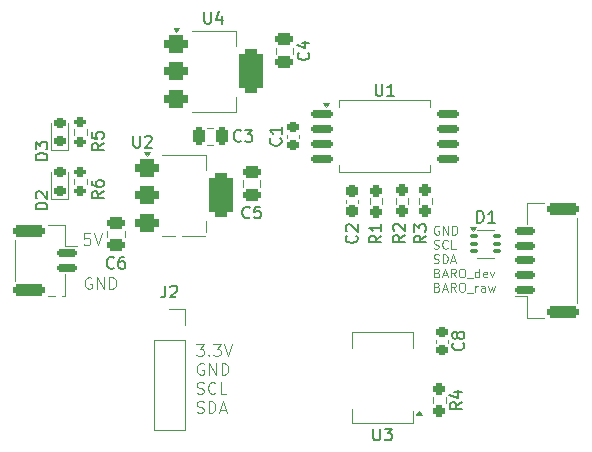
<source format=gto>
G04 #@! TF.GenerationSoftware,KiCad,Pcbnew,8.0.1*
G04 #@! TF.CreationDate,2024-06-09T19:47:04+05:00*
G04 #@! TF.ProjectId,rocket_project,726f636b-6574-45f7-9072-6f6a6563742e,rev?*
G04 #@! TF.SameCoordinates,Original*
G04 #@! TF.FileFunction,Legend,Top*
G04 #@! TF.FilePolarity,Positive*
%FSLAX46Y46*%
G04 Gerber Fmt 4.6, Leading zero omitted, Abs format (unit mm)*
G04 Created by KiCad (PCBNEW 8.0.1) date 2024-06-09 19:47:04*
%MOMM*%
%LPD*%
G01*
G04 APERTURE LIST*
G04 Aperture macros list*
%AMRoundRect*
0 Rectangle with rounded corners*
0 $1 Rounding radius*
0 $2 $3 $4 $5 $6 $7 $8 $9 X,Y pos of 4 corners*
0 Add a 4 corners polygon primitive as box body*
4,1,4,$2,$3,$4,$5,$6,$7,$8,$9,$2,$3,0*
0 Add four circle primitives for the rounded corners*
1,1,$1+$1,$2,$3*
1,1,$1+$1,$4,$5*
1,1,$1+$1,$6,$7*
1,1,$1+$1,$8,$9*
0 Add four rect primitives between the rounded corners*
20,1,$1+$1,$2,$3,$4,$5,0*
20,1,$1+$1,$4,$5,$6,$7,0*
20,1,$1+$1,$6,$7,$8,$9,0*
20,1,$1+$1,$8,$9,$2,$3,0*%
G04 Aperture macros list end*
%ADD10C,0.100000*%
%ADD11C,0.150000*%
%ADD12C,0.120000*%
%ADD13RoundRect,0.150000X0.700000X-0.150000X0.700000X0.150000X-0.700000X0.150000X-0.700000X-0.150000X0*%
%ADD14RoundRect,0.250000X1.100000X-0.250000X1.100000X0.250000X-1.100000X0.250000X-1.100000X-0.250000X0*%
%ADD15RoundRect,0.250000X-0.475000X0.250000X-0.475000X-0.250000X0.475000X-0.250000X0.475000X0.250000X0*%
%ADD16RoundRect,0.237500X-0.237500X0.250000X-0.237500X-0.250000X0.237500X-0.250000X0.237500X0.250000X0*%
%ADD17RoundRect,0.200000X-0.275000X0.200000X-0.275000X-0.200000X0.275000X-0.200000X0.275000X0.200000X0*%
%ADD18R,1.700000X1.700000*%
%ADD19O,1.700000X1.700000*%
%ADD20RoundRect,0.225000X-0.250000X0.225000X-0.250000X-0.225000X0.250000X-0.225000X0.250000X0.225000X0*%
%ADD21RoundRect,0.250000X0.475000X-0.250000X0.475000X0.250000X-0.475000X0.250000X-0.475000X-0.250000X0*%
%ADD22C,2.200000*%
%ADD23RoundRect,0.150000X-0.700000X0.150000X-0.700000X-0.150000X0.700000X-0.150000X0.700000X0.150000X0*%
%ADD24RoundRect,0.250000X-1.100000X0.250000X-1.100000X-0.250000X1.100000X-0.250000X1.100000X0.250000X0*%
%ADD25RoundRect,0.375000X-0.625000X-0.375000X0.625000X-0.375000X0.625000X0.375000X-0.625000X0.375000X0*%
%ADD26RoundRect,0.500000X-0.500000X-1.400000X0.500000X-1.400000X0.500000X1.400000X-0.500000X1.400000X0*%
%ADD27RoundRect,0.237500X0.237500X-0.250000X0.237500X0.250000X-0.237500X0.250000X-0.237500X-0.250000X0*%
%ADD28RoundRect,0.225000X0.250000X-0.225000X0.250000X0.225000X-0.250000X0.225000X-0.250000X-0.225000X0*%
%ADD29R,1.800000X1.200000*%
%ADD30R,1.800000X0.800000*%
%ADD31RoundRect,0.250000X-0.250000X-0.475000X0.250000X-0.475000X0.250000X0.475000X-0.250000X0.475000X0*%
%ADD32RoundRect,0.218750X0.256250X-0.218750X0.256250X0.218750X-0.256250X0.218750X-0.256250X-0.218750X0*%
%ADD33RoundRect,0.100000X-0.225000X-0.100000X0.225000X-0.100000X0.225000X0.100000X-0.225000X0.100000X0*%
%ADD34RoundRect,0.150000X-0.750000X-0.150000X0.750000X-0.150000X0.750000X0.150000X-0.750000X0.150000X0*%
%ADD35RoundRect,0.237500X-0.237500X0.300000X-0.237500X-0.300000X0.237500X-0.300000X0.237500X0.300000X0*%
%ADD36C,0.600000*%
G04 APERTURE END LIST*
D10*
X139927693Y-96720038D02*
X139832455Y-96672419D01*
X139832455Y-96672419D02*
X139689598Y-96672419D01*
X139689598Y-96672419D02*
X139546741Y-96720038D01*
X139546741Y-96720038D02*
X139451503Y-96815276D01*
X139451503Y-96815276D02*
X139403884Y-96910514D01*
X139403884Y-96910514D02*
X139356265Y-97100990D01*
X139356265Y-97100990D02*
X139356265Y-97243847D01*
X139356265Y-97243847D02*
X139403884Y-97434323D01*
X139403884Y-97434323D02*
X139451503Y-97529561D01*
X139451503Y-97529561D02*
X139546741Y-97624800D01*
X139546741Y-97624800D02*
X139689598Y-97672419D01*
X139689598Y-97672419D02*
X139784836Y-97672419D01*
X139784836Y-97672419D02*
X139927693Y-97624800D01*
X139927693Y-97624800D02*
X139975312Y-97577180D01*
X139975312Y-97577180D02*
X139975312Y-97243847D01*
X139975312Y-97243847D02*
X139784836Y-97243847D01*
X140403884Y-97672419D02*
X140403884Y-96672419D01*
X140403884Y-96672419D02*
X140975312Y-97672419D01*
X140975312Y-97672419D02*
X140975312Y-96672419D01*
X141451503Y-97672419D02*
X141451503Y-96672419D01*
X141451503Y-96672419D02*
X141689598Y-96672419D01*
X141689598Y-96672419D02*
X141832455Y-96720038D01*
X141832455Y-96720038D02*
X141927693Y-96815276D01*
X141927693Y-96815276D02*
X141975312Y-96910514D01*
X141975312Y-96910514D02*
X142022931Y-97100990D01*
X142022931Y-97100990D02*
X142022931Y-97243847D01*
X142022931Y-97243847D02*
X141975312Y-97434323D01*
X141975312Y-97434323D02*
X141927693Y-97529561D01*
X141927693Y-97529561D02*
X141832455Y-97624800D01*
X141832455Y-97624800D02*
X141689598Y-97672419D01*
X141689598Y-97672419D02*
X141451503Y-97672419D01*
X139780074Y-92972419D02*
X139303884Y-92972419D01*
X139303884Y-92972419D02*
X139256265Y-93448609D01*
X139256265Y-93448609D02*
X139303884Y-93400990D01*
X139303884Y-93400990D02*
X139399122Y-93353371D01*
X139399122Y-93353371D02*
X139637217Y-93353371D01*
X139637217Y-93353371D02*
X139732455Y-93400990D01*
X139732455Y-93400990D02*
X139780074Y-93448609D01*
X139780074Y-93448609D02*
X139827693Y-93543847D01*
X139827693Y-93543847D02*
X139827693Y-93781942D01*
X139827693Y-93781942D02*
X139780074Y-93877180D01*
X139780074Y-93877180D02*
X139732455Y-93924800D01*
X139732455Y-93924800D02*
X139637217Y-93972419D01*
X139637217Y-93972419D02*
X139399122Y-93972419D01*
X139399122Y-93972419D02*
X139303884Y-93924800D01*
X139303884Y-93924800D02*
X139256265Y-93877180D01*
X140113408Y-92972419D02*
X140446741Y-93972419D01*
X140446741Y-93972419D02*
X140780074Y-92972419D01*
X148808646Y-102342587D02*
X149427693Y-102342587D01*
X149427693Y-102342587D02*
X149094360Y-102723539D01*
X149094360Y-102723539D02*
X149237217Y-102723539D01*
X149237217Y-102723539D02*
X149332455Y-102771158D01*
X149332455Y-102771158D02*
X149380074Y-102818777D01*
X149380074Y-102818777D02*
X149427693Y-102914015D01*
X149427693Y-102914015D02*
X149427693Y-103152110D01*
X149427693Y-103152110D02*
X149380074Y-103247348D01*
X149380074Y-103247348D02*
X149332455Y-103294968D01*
X149332455Y-103294968D02*
X149237217Y-103342587D01*
X149237217Y-103342587D02*
X148951503Y-103342587D01*
X148951503Y-103342587D02*
X148856265Y-103294968D01*
X148856265Y-103294968D02*
X148808646Y-103247348D01*
X149856265Y-103247348D02*
X149903884Y-103294968D01*
X149903884Y-103294968D02*
X149856265Y-103342587D01*
X149856265Y-103342587D02*
X149808646Y-103294968D01*
X149808646Y-103294968D02*
X149856265Y-103247348D01*
X149856265Y-103247348D02*
X149856265Y-103342587D01*
X150237217Y-102342587D02*
X150856264Y-102342587D01*
X150856264Y-102342587D02*
X150522931Y-102723539D01*
X150522931Y-102723539D02*
X150665788Y-102723539D01*
X150665788Y-102723539D02*
X150761026Y-102771158D01*
X150761026Y-102771158D02*
X150808645Y-102818777D01*
X150808645Y-102818777D02*
X150856264Y-102914015D01*
X150856264Y-102914015D02*
X150856264Y-103152110D01*
X150856264Y-103152110D02*
X150808645Y-103247348D01*
X150808645Y-103247348D02*
X150761026Y-103294968D01*
X150761026Y-103294968D02*
X150665788Y-103342587D01*
X150665788Y-103342587D02*
X150380074Y-103342587D01*
X150380074Y-103342587D02*
X150284836Y-103294968D01*
X150284836Y-103294968D02*
X150237217Y-103247348D01*
X151141979Y-102342587D02*
X151475312Y-103342587D01*
X151475312Y-103342587D02*
X151808645Y-102342587D01*
X149427693Y-104000150D02*
X149332455Y-103952531D01*
X149332455Y-103952531D02*
X149189598Y-103952531D01*
X149189598Y-103952531D02*
X149046741Y-104000150D01*
X149046741Y-104000150D02*
X148951503Y-104095388D01*
X148951503Y-104095388D02*
X148903884Y-104190626D01*
X148903884Y-104190626D02*
X148856265Y-104381102D01*
X148856265Y-104381102D02*
X148856265Y-104523959D01*
X148856265Y-104523959D02*
X148903884Y-104714435D01*
X148903884Y-104714435D02*
X148951503Y-104809673D01*
X148951503Y-104809673D02*
X149046741Y-104904912D01*
X149046741Y-104904912D02*
X149189598Y-104952531D01*
X149189598Y-104952531D02*
X149284836Y-104952531D01*
X149284836Y-104952531D02*
X149427693Y-104904912D01*
X149427693Y-104904912D02*
X149475312Y-104857292D01*
X149475312Y-104857292D02*
X149475312Y-104523959D01*
X149475312Y-104523959D02*
X149284836Y-104523959D01*
X149903884Y-104952531D02*
X149903884Y-103952531D01*
X149903884Y-103952531D02*
X150475312Y-104952531D01*
X150475312Y-104952531D02*
X150475312Y-103952531D01*
X150951503Y-104952531D02*
X150951503Y-103952531D01*
X150951503Y-103952531D02*
X151189598Y-103952531D01*
X151189598Y-103952531D02*
X151332455Y-104000150D01*
X151332455Y-104000150D02*
X151427693Y-104095388D01*
X151427693Y-104095388D02*
X151475312Y-104190626D01*
X151475312Y-104190626D02*
X151522931Y-104381102D01*
X151522931Y-104381102D02*
X151522931Y-104523959D01*
X151522931Y-104523959D02*
X151475312Y-104714435D01*
X151475312Y-104714435D02*
X151427693Y-104809673D01*
X151427693Y-104809673D02*
X151332455Y-104904912D01*
X151332455Y-104904912D02*
X151189598Y-104952531D01*
X151189598Y-104952531D02*
X150951503Y-104952531D01*
X148856265Y-106514856D02*
X148999122Y-106562475D01*
X148999122Y-106562475D02*
X149237217Y-106562475D01*
X149237217Y-106562475D02*
X149332455Y-106514856D01*
X149332455Y-106514856D02*
X149380074Y-106467236D01*
X149380074Y-106467236D02*
X149427693Y-106371998D01*
X149427693Y-106371998D02*
X149427693Y-106276760D01*
X149427693Y-106276760D02*
X149380074Y-106181522D01*
X149380074Y-106181522D02*
X149332455Y-106133903D01*
X149332455Y-106133903D02*
X149237217Y-106086284D01*
X149237217Y-106086284D02*
X149046741Y-106038665D01*
X149046741Y-106038665D02*
X148951503Y-105991046D01*
X148951503Y-105991046D02*
X148903884Y-105943427D01*
X148903884Y-105943427D02*
X148856265Y-105848189D01*
X148856265Y-105848189D02*
X148856265Y-105752951D01*
X148856265Y-105752951D02*
X148903884Y-105657713D01*
X148903884Y-105657713D02*
X148951503Y-105610094D01*
X148951503Y-105610094D02*
X149046741Y-105562475D01*
X149046741Y-105562475D02*
X149284836Y-105562475D01*
X149284836Y-105562475D02*
X149427693Y-105610094D01*
X150427693Y-106467236D02*
X150380074Y-106514856D01*
X150380074Y-106514856D02*
X150237217Y-106562475D01*
X150237217Y-106562475D02*
X150141979Y-106562475D01*
X150141979Y-106562475D02*
X149999122Y-106514856D01*
X149999122Y-106514856D02*
X149903884Y-106419617D01*
X149903884Y-106419617D02*
X149856265Y-106324379D01*
X149856265Y-106324379D02*
X149808646Y-106133903D01*
X149808646Y-106133903D02*
X149808646Y-105991046D01*
X149808646Y-105991046D02*
X149856265Y-105800570D01*
X149856265Y-105800570D02*
X149903884Y-105705332D01*
X149903884Y-105705332D02*
X149999122Y-105610094D01*
X149999122Y-105610094D02*
X150141979Y-105562475D01*
X150141979Y-105562475D02*
X150237217Y-105562475D01*
X150237217Y-105562475D02*
X150380074Y-105610094D01*
X150380074Y-105610094D02*
X150427693Y-105657713D01*
X151332455Y-106562475D02*
X150856265Y-106562475D01*
X150856265Y-106562475D02*
X150856265Y-105562475D01*
X148856265Y-108124800D02*
X148999122Y-108172419D01*
X148999122Y-108172419D02*
X149237217Y-108172419D01*
X149237217Y-108172419D02*
X149332455Y-108124800D01*
X149332455Y-108124800D02*
X149380074Y-108077180D01*
X149380074Y-108077180D02*
X149427693Y-107981942D01*
X149427693Y-107981942D02*
X149427693Y-107886704D01*
X149427693Y-107886704D02*
X149380074Y-107791466D01*
X149380074Y-107791466D02*
X149332455Y-107743847D01*
X149332455Y-107743847D02*
X149237217Y-107696228D01*
X149237217Y-107696228D02*
X149046741Y-107648609D01*
X149046741Y-107648609D02*
X148951503Y-107600990D01*
X148951503Y-107600990D02*
X148903884Y-107553371D01*
X148903884Y-107553371D02*
X148856265Y-107458133D01*
X148856265Y-107458133D02*
X148856265Y-107362895D01*
X148856265Y-107362895D02*
X148903884Y-107267657D01*
X148903884Y-107267657D02*
X148951503Y-107220038D01*
X148951503Y-107220038D02*
X149046741Y-107172419D01*
X149046741Y-107172419D02*
X149284836Y-107172419D01*
X149284836Y-107172419D02*
X149427693Y-107220038D01*
X149856265Y-108172419D02*
X149856265Y-107172419D01*
X149856265Y-107172419D02*
X150094360Y-107172419D01*
X150094360Y-107172419D02*
X150237217Y-107220038D01*
X150237217Y-107220038D02*
X150332455Y-107315276D01*
X150332455Y-107315276D02*
X150380074Y-107410514D01*
X150380074Y-107410514D02*
X150427693Y-107600990D01*
X150427693Y-107600990D02*
X150427693Y-107743847D01*
X150427693Y-107743847D02*
X150380074Y-107934323D01*
X150380074Y-107934323D02*
X150332455Y-108029561D01*
X150332455Y-108029561D02*
X150237217Y-108124800D01*
X150237217Y-108124800D02*
X150094360Y-108172419D01*
X150094360Y-108172419D02*
X149856265Y-108172419D01*
X150808646Y-107886704D02*
X151284836Y-107886704D01*
X150713408Y-108172419D02*
X151046741Y-107172419D01*
X151046741Y-107172419D02*
X151380074Y-108172419D01*
X169337217Y-92358896D02*
X169265789Y-92323182D01*
X169265789Y-92323182D02*
X169158646Y-92323182D01*
X169158646Y-92323182D02*
X169051503Y-92358896D01*
X169051503Y-92358896D02*
X168980074Y-92430325D01*
X168980074Y-92430325D02*
X168944360Y-92501753D01*
X168944360Y-92501753D02*
X168908646Y-92644610D01*
X168908646Y-92644610D02*
X168908646Y-92751753D01*
X168908646Y-92751753D02*
X168944360Y-92894610D01*
X168944360Y-92894610D02*
X168980074Y-92966039D01*
X168980074Y-92966039D02*
X169051503Y-93037468D01*
X169051503Y-93037468D02*
X169158646Y-93073182D01*
X169158646Y-93073182D02*
X169230074Y-93073182D01*
X169230074Y-93073182D02*
X169337217Y-93037468D01*
X169337217Y-93037468D02*
X169372931Y-93001753D01*
X169372931Y-93001753D02*
X169372931Y-92751753D01*
X169372931Y-92751753D02*
X169230074Y-92751753D01*
X169694360Y-93073182D02*
X169694360Y-92323182D01*
X169694360Y-92323182D02*
X170122931Y-93073182D01*
X170122931Y-93073182D02*
X170122931Y-92323182D01*
X170480074Y-93073182D02*
X170480074Y-92323182D01*
X170480074Y-92323182D02*
X170658645Y-92323182D01*
X170658645Y-92323182D02*
X170765788Y-92358896D01*
X170765788Y-92358896D02*
X170837217Y-92430325D01*
X170837217Y-92430325D02*
X170872931Y-92501753D01*
X170872931Y-92501753D02*
X170908645Y-92644610D01*
X170908645Y-92644610D02*
X170908645Y-92751753D01*
X170908645Y-92751753D02*
X170872931Y-92894610D01*
X170872931Y-92894610D02*
X170837217Y-92966039D01*
X170837217Y-92966039D02*
X170765788Y-93037468D01*
X170765788Y-93037468D02*
X170658645Y-93073182D01*
X170658645Y-93073182D02*
X170480074Y-93073182D01*
X168908646Y-94244926D02*
X169015789Y-94280640D01*
X169015789Y-94280640D02*
X169194360Y-94280640D01*
X169194360Y-94280640D02*
X169265789Y-94244926D01*
X169265789Y-94244926D02*
X169301503Y-94209211D01*
X169301503Y-94209211D02*
X169337217Y-94137783D01*
X169337217Y-94137783D02*
X169337217Y-94066354D01*
X169337217Y-94066354D02*
X169301503Y-93994926D01*
X169301503Y-93994926D02*
X169265789Y-93959211D01*
X169265789Y-93959211D02*
X169194360Y-93923497D01*
X169194360Y-93923497D02*
X169051503Y-93887783D01*
X169051503Y-93887783D02*
X168980074Y-93852068D01*
X168980074Y-93852068D02*
X168944360Y-93816354D01*
X168944360Y-93816354D02*
X168908646Y-93744926D01*
X168908646Y-93744926D02*
X168908646Y-93673497D01*
X168908646Y-93673497D02*
X168944360Y-93602068D01*
X168944360Y-93602068D02*
X168980074Y-93566354D01*
X168980074Y-93566354D02*
X169051503Y-93530640D01*
X169051503Y-93530640D02*
X169230074Y-93530640D01*
X169230074Y-93530640D02*
X169337217Y-93566354D01*
X170087217Y-94209211D02*
X170051503Y-94244926D01*
X170051503Y-94244926D02*
X169944360Y-94280640D01*
X169944360Y-94280640D02*
X169872932Y-94280640D01*
X169872932Y-94280640D02*
X169765789Y-94244926D01*
X169765789Y-94244926D02*
X169694360Y-94173497D01*
X169694360Y-94173497D02*
X169658646Y-94102068D01*
X169658646Y-94102068D02*
X169622932Y-93959211D01*
X169622932Y-93959211D02*
X169622932Y-93852068D01*
X169622932Y-93852068D02*
X169658646Y-93709211D01*
X169658646Y-93709211D02*
X169694360Y-93637783D01*
X169694360Y-93637783D02*
X169765789Y-93566354D01*
X169765789Y-93566354D02*
X169872932Y-93530640D01*
X169872932Y-93530640D02*
X169944360Y-93530640D01*
X169944360Y-93530640D02*
X170051503Y-93566354D01*
X170051503Y-93566354D02*
X170087217Y-93602068D01*
X170765789Y-94280640D02*
X170408646Y-94280640D01*
X170408646Y-94280640D02*
X170408646Y-93530640D01*
X168908646Y-95452384D02*
X169015789Y-95488098D01*
X169015789Y-95488098D02*
X169194360Y-95488098D01*
X169194360Y-95488098D02*
X169265789Y-95452384D01*
X169265789Y-95452384D02*
X169301503Y-95416669D01*
X169301503Y-95416669D02*
X169337217Y-95345241D01*
X169337217Y-95345241D02*
X169337217Y-95273812D01*
X169337217Y-95273812D02*
X169301503Y-95202384D01*
X169301503Y-95202384D02*
X169265789Y-95166669D01*
X169265789Y-95166669D02*
X169194360Y-95130955D01*
X169194360Y-95130955D02*
X169051503Y-95095241D01*
X169051503Y-95095241D02*
X168980074Y-95059526D01*
X168980074Y-95059526D02*
X168944360Y-95023812D01*
X168944360Y-95023812D02*
X168908646Y-94952384D01*
X168908646Y-94952384D02*
X168908646Y-94880955D01*
X168908646Y-94880955D02*
X168944360Y-94809526D01*
X168944360Y-94809526D02*
X168980074Y-94773812D01*
X168980074Y-94773812D02*
X169051503Y-94738098D01*
X169051503Y-94738098D02*
X169230074Y-94738098D01*
X169230074Y-94738098D02*
X169337217Y-94773812D01*
X169658646Y-95488098D02*
X169658646Y-94738098D01*
X169658646Y-94738098D02*
X169837217Y-94738098D01*
X169837217Y-94738098D02*
X169944360Y-94773812D01*
X169944360Y-94773812D02*
X170015789Y-94845241D01*
X170015789Y-94845241D02*
X170051503Y-94916669D01*
X170051503Y-94916669D02*
X170087217Y-95059526D01*
X170087217Y-95059526D02*
X170087217Y-95166669D01*
X170087217Y-95166669D02*
X170051503Y-95309526D01*
X170051503Y-95309526D02*
X170015789Y-95380955D01*
X170015789Y-95380955D02*
X169944360Y-95452384D01*
X169944360Y-95452384D02*
X169837217Y-95488098D01*
X169837217Y-95488098D02*
X169658646Y-95488098D01*
X170372932Y-95273812D02*
X170730075Y-95273812D01*
X170301503Y-95488098D02*
X170551503Y-94738098D01*
X170551503Y-94738098D02*
X170801503Y-95488098D01*
X169194360Y-96302699D02*
X169301503Y-96338413D01*
X169301503Y-96338413D02*
X169337217Y-96374127D01*
X169337217Y-96374127D02*
X169372931Y-96445556D01*
X169372931Y-96445556D02*
X169372931Y-96552699D01*
X169372931Y-96552699D02*
X169337217Y-96624127D01*
X169337217Y-96624127D02*
X169301503Y-96659842D01*
X169301503Y-96659842D02*
X169230074Y-96695556D01*
X169230074Y-96695556D02*
X168944360Y-96695556D01*
X168944360Y-96695556D02*
X168944360Y-95945556D01*
X168944360Y-95945556D02*
X169194360Y-95945556D01*
X169194360Y-95945556D02*
X169265789Y-95981270D01*
X169265789Y-95981270D02*
X169301503Y-96016984D01*
X169301503Y-96016984D02*
X169337217Y-96088413D01*
X169337217Y-96088413D02*
X169337217Y-96159842D01*
X169337217Y-96159842D02*
X169301503Y-96231270D01*
X169301503Y-96231270D02*
X169265789Y-96266984D01*
X169265789Y-96266984D02*
X169194360Y-96302699D01*
X169194360Y-96302699D02*
X168944360Y-96302699D01*
X169658646Y-96481270D02*
X170015789Y-96481270D01*
X169587217Y-96695556D02*
X169837217Y-95945556D01*
X169837217Y-95945556D02*
X170087217Y-96695556D01*
X170765788Y-96695556D02*
X170515788Y-96338413D01*
X170337217Y-96695556D02*
X170337217Y-95945556D01*
X170337217Y-95945556D02*
X170622931Y-95945556D01*
X170622931Y-95945556D02*
X170694360Y-95981270D01*
X170694360Y-95981270D02*
X170730074Y-96016984D01*
X170730074Y-96016984D02*
X170765788Y-96088413D01*
X170765788Y-96088413D02*
X170765788Y-96195556D01*
X170765788Y-96195556D02*
X170730074Y-96266984D01*
X170730074Y-96266984D02*
X170694360Y-96302699D01*
X170694360Y-96302699D02*
X170622931Y-96338413D01*
X170622931Y-96338413D02*
X170337217Y-96338413D01*
X171230074Y-95945556D02*
X171372931Y-95945556D01*
X171372931Y-95945556D02*
X171444360Y-95981270D01*
X171444360Y-95981270D02*
X171515788Y-96052699D01*
X171515788Y-96052699D02*
X171551503Y-96195556D01*
X171551503Y-96195556D02*
X171551503Y-96445556D01*
X171551503Y-96445556D02*
X171515788Y-96588413D01*
X171515788Y-96588413D02*
X171444360Y-96659842D01*
X171444360Y-96659842D02*
X171372931Y-96695556D01*
X171372931Y-96695556D02*
X171230074Y-96695556D01*
X171230074Y-96695556D02*
X171158646Y-96659842D01*
X171158646Y-96659842D02*
X171087217Y-96588413D01*
X171087217Y-96588413D02*
X171051503Y-96445556D01*
X171051503Y-96445556D02*
X171051503Y-96195556D01*
X171051503Y-96195556D02*
X171087217Y-96052699D01*
X171087217Y-96052699D02*
X171158646Y-95981270D01*
X171158646Y-95981270D02*
X171230074Y-95945556D01*
X171694360Y-96766984D02*
X172265788Y-96766984D01*
X172765789Y-96695556D02*
X172765789Y-95945556D01*
X172765789Y-96659842D02*
X172694360Y-96695556D01*
X172694360Y-96695556D02*
X172551503Y-96695556D01*
X172551503Y-96695556D02*
X172480074Y-96659842D01*
X172480074Y-96659842D02*
X172444360Y-96624127D01*
X172444360Y-96624127D02*
X172408646Y-96552699D01*
X172408646Y-96552699D02*
X172408646Y-96338413D01*
X172408646Y-96338413D02*
X172444360Y-96266984D01*
X172444360Y-96266984D02*
X172480074Y-96231270D01*
X172480074Y-96231270D02*
X172551503Y-96195556D01*
X172551503Y-96195556D02*
X172694360Y-96195556D01*
X172694360Y-96195556D02*
X172765789Y-96231270D01*
X173408645Y-96659842D02*
X173337217Y-96695556D01*
X173337217Y-96695556D02*
X173194360Y-96695556D01*
X173194360Y-96695556D02*
X173122931Y-96659842D01*
X173122931Y-96659842D02*
X173087217Y-96588413D01*
X173087217Y-96588413D02*
X173087217Y-96302699D01*
X173087217Y-96302699D02*
X173122931Y-96231270D01*
X173122931Y-96231270D02*
X173194360Y-96195556D01*
X173194360Y-96195556D02*
X173337217Y-96195556D01*
X173337217Y-96195556D02*
X173408645Y-96231270D01*
X173408645Y-96231270D02*
X173444360Y-96302699D01*
X173444360Y-96302699D02*
X173444360Y-96374127D01*
X173444360Y-96374127D02*
X173087217Y-96445556D01*
X173694359Y-96195556D02*
X173872931Y-96695556D01*
X173872931Y-96695556D02*
X174051502Y-96195556D01*
X169194360Y-97510157D02*
X169301503Y-97545871D01*
X169301503Y-97545871D02*
X169337217Y-97581585D01*
X169337217Y-97581585D02*
X169372931Y-97653014D01*
X169372931Y-97653014D02*
X169372931Y-97760157D01*
X169372931Y-97760157D02*
X169337217Y-97831585D01*
X169337217Y-97831585D02*
X169301503Y-97867300D01*
X169301503Y-97867300D02*
X169230074Y-97903014D01*
X169230074Y-97903014D02*
X168944360Y-97903014D01*
X168944360Y-97903014D02*
X168944360Y-97153014D01*
X168944360Y-97153014D02*
X169194360Y-97153014D01*
X169194360Y-97153014D02*
X169265789Y-97188728D01*
X169265789Y-97188728D02*
X169301503Y-97224442D01*
X169301503Y-97224442D02*
X169337217Y-97295871D01*
X169337217Y-97295871D02*
X169337217Y-97367300D01*
X169337217Y-97367300D02*
X169301503Y-97438728D01*
X169301503Y-97438728D02*
X169265789Y-97474442D01*
X169265789Y-97474442D02*
X169194360Y-97510157D01*
X169194360Y-97510157D02*
X168944360Y-97510157D01*
X169658646Y-97688728D02*
X170015789Y-97688728D01*
X169587217Y-97903014D02*
X169837217Y-97153014D01*
X169837217Y-97153014D02*
X170087217Y-97903014D01*
X170765788Y-97903014D02*
X170515788Y-97545871D01*
X170337217Y-97903014D02*
X170337217Y-97153014D01*
X170337217Y-97153014D02*
X170622931Y-97153014D01*
X170622931Y-97153014D02*
X170694360Y-97188728D01*
X170694360Y-97188728D02*
X170730074Y-97224442D01*
X170730074Y-97224442D02*
X170765788Y-97295871D01*
X170765788Y-97295871D02*
X170765788Y-97403014D01*
X170765788Y-97403014D02*
X170730074Y-97474442D01*
X170730074Y-97474442D02*
X170694360Y-97510157D01*
X170694360Y-97510157D02*
X170622931Y-97545871D01*
X170622931Y-97545871D02*
X170337217Y-97545871D01*
X171230074Y-97153014D02*
X171372931Y-97153014D01*
X171372931Y-97153014D02*
X171444360Y-97188728D01*
X171444360Y-97188728D02*
X171515788Y-97260157D01*
X171515788Y-97260157D02*
X171551503Y-97403014D01*
X171551503Y-97403014D02*
X171551503Y-97653014D01*
X171551503Y-97653014D02*
X171515788Y-97795871D01*
X171515788Y-97795871D02*
X171444360Y-97867300D01*
X171444360Y-97867300D02*
X171372931Y-97903014D01*
X171372931Y-97903014D02*
X171230074Y-97903014D01*
X171230074Y-97903014D02*
X171158646Y-97867300D01*
X171158646Y-97867300D02*
X171087217Y-97795871D01*
X171087217Y-97795871D02*
X171051503Y-97653014D01*
X171051503Y-97653014D02*
X171051503Y-97403014D01*
X171051503Y-97403014D02*
X171087217Y-97260157D01*
X171087217Y-97260157D02*
X171158646Y-97188728D01*
X171158646Y-97188728D02*
X171230074Y-97153014D01*
X171694360Y-97974442D02*
X172265788Y-97974442D01*
X172444360Y-97903014D02*
X172444360Y-97403014D01*
X172444360Y-97545871D02*
X172480074Y-97474442D01*
X172480074Y-97474442D02*
X172515789Y-97438728D01*
X172515789Y-97438728D02*
X172587217Y-97403014D01*
X172587217Y-97403014D02*
X172658646Y-97403014D01*
X173230075Y-97903014D02*
X173230075Y-97510157D01*
X173230075Y-97510157D02*
X173194360Y-97438728D01*
X173194360Y-97438728D02*
X173122932Y-97403014D01*
X173122932Y-97403014D02*
X172980075Y-97403014D01*
X172980075Y-97403014D02*
X172908646Y-97438728D01*
X173230075Y-97867300D02*
X173158646Y-97903014D01*
X173158646Y-97903014D02*
X172980075Y-97903014D01*
X172980075Y-97903014D02*
X172908646Y-97867300D01*
X172908646Y-97867300D02*
X172872932Y-97795871D01*
X172872932Y-97795871D02*
X172872932Y-97724442D01*
X172872932Y-97724442D02*
X172908646Y-97653014D01*
X172908646Y-97653014D02*
X172980075Y-97617300D01*
X172980075Y-97617300D02*
X173158646Y-97617300D01*
X173158646Y-97617300D02*
X173230075Y-97581585D01*
X173515788Y-97403014D02*
X173658646Y-97903014D01*
X173658646Y-97903014D02*
X173801503Y-97545871D01*
X173801503Y-97545871D02*
X173944360Y-97903014D01*
X173944360Y-97903014D02*
X174087217Y-97403014D01*
D11*
X158289579Y-77666666D02*
X158337199Y-77714285D01*
X158337199Y-77714285D02*
X158384818Y-77857142D01*
X158384818Y-77857142D02*
X158384818Y-77952380D01*
X158384818Y-77952380D02*
X158337199Y-78095237D01*
X158337199Y-78095237D02*
X158241960Y-78190475D01*
X158241960Y-78190475D02*
X158146722Y-78238094D01*
X158146722Y-78238094D02*
X157956246Y-78285713D01*
X157956246Y-78285713D02*
X157813389Y-78285713D01*
X157813389Y-78285713D02*
X157622913Y-78238094D01*
X157622913Y-78238094D02*
X157527675Y-78190475D01*
X157527675Y-78190475D02*
X157432437Y-78095237D01*
X157432437Y-78095237D02*
X157384818Y-77952380D01*
X157384818Y-77952380D02*
X157384818Y-77857142D01*
X157384818Y-77857142D02*
X157432437Y-77714285D01*
X157432437Y-77714285D02*
X157480056Y-77666666D01*
X157718151Y-76809523D02*
X158384818Y-76809523D01*
X157337199Y-77047618D02*
X158051484Y-77285713D01*
X158051484Y-77285713D02*
X158051484Y-76666666D01*
X153333333Y-91609580D02*
X153285714Y-91657200D01*
X153285714Y-91657200D02*
X153142857Y-91704819D01*
X153142857Y-91704819D02*
X153047619Y-91704819D01*
X153047619Y-91704819D02*
X152904762Y-91657200D01*
X152904762Y-91657200D02*
X152809524Y-91561961D01*
X152809524Y-91561961D02*
X152761905Y-91466723D01*
X152761905Y-91466723D02*
X152714286Y-91276247D01*
X152714286Y-91276247D02*
X152714286Y-91133390D01*
X152714286Y-91133390D02*
X152761905Y-90942914D01*
X152761905Y-90942914D02*
X152809524Y-90847676D01*
X152809524Y-90847676D02*
X152904762Y-90752438D01*
X152904762Y-90752438D02*
X153047619Y-90704819D01*
X153047619Y-90704819D02*
X153142857Y-90704819D01*
X153142857Y-90704819D02*
X153285714Y-90752438D01*
X153285714Y-90752438D02*
X153333333Y-90800057D01*
X154238095Y-90704819D02*
X153761905Y-90704819D01*
X153761905Y-90704819D02*
X153714286Y-91181009D01*
X153714286Y-91181009D02*
X153761905Y-91133390D01*
X153761905Y-91133390D02*
X153857143Y-91085771D01*
X153857143Y-91085771D02*
X154095238Y-91085771D01*
X154095238Y-91085771D02*
X154190476Y-91133390D01*
X154190476Y-91133390D02*
X154238095Y-91181009D01*
X154238095Y-91181009D02*
X154285714Y-91276247D01*
X154285714Y-91276247D02*
X154285714Y-91514342D01*
X154285714Y-91514342D02*
X154238095Y-91609580D01*
X154238095Y-91609580D02*
X154190476Y-91657200D01*
X154190476Y-91657200D02*
X154095238Y-91704819D01*
X154095238Y-91704819D02*
X153857143Y-91704819D01*
X153857143Y-91704819D02*
X153761905Y-91657200D01*
X153761905Y-91657200D02*
X153714286Y-91609580D01*
X171279817Y-107261666D02*
X170803626Y-107594999D01*
X171279817Y-107833094D02*
X170279817Y-107833094D01*
X170279817Y-107833094D02*
X170279817Y-107452142D01*
X170279817Y-107452142D02*
X170327436Y-107356904D01*
X170327436Y-107356904D02*
X170375055Y-107309285D01*
X170375055Y-107309285D02*
X170470293Y-107261666D01*
X170470293Y-107261666D02*
X170613150Y-107261666D01*
X170613150Y-107261666D02*
X170708388Y-107309285D01*
X170708388Y-107309285D02*
X170756007Y-107356904D01*
X170756007Y-107356904D02*
X170803626Y-107452142D01*
X170803626Y-107452142D02*
X170803626Y-107833094D01*
X170613150Y-106404523D02*
X171279817Y-106404523D01*
X170232198Y-106642618D02*
X170946483Y-106880713D01*
X170946483Y-106880713D02*
X170946483Y-106261666D01*
X140954819Y-89416666D02*
X140478628Y-89749999D01*
X140954819Y-89988094D02*
X139954819Y-89988094D01*
X139954819Y-89988094D02*
X139954819Y-89607142D01*
X139954819Y-89607142D02*
X140002438Y-89511904D01*
X140002438Y-89511904D02*
X140050057Y-89464285D01*
X140050057Y-89464285D02*
X140145295Y-89416666D01*
X140145295Y-89416666D02*
X140288152Y-89416666D01*
X140288152Y-89416666D02*
X140383390Y-89464285D01*
X140383390Y-89464285D02*
X140431009Y-89511904D01*
X140431009Y-89511904D02*
X140478628Y-89607142D01*
X140478628Y-89607142D02*
X140478628Y-89988094D01*
X139954819Y-88559523D02*
X139954819Y-88749999D01*
X139954819Y-88749999D02*
X140002438Y-88845237D01*
X140002438Y-88845237D02*
X140050057Y-88892856D01*
X140050057Y-88892856D02*
X140192914Y-88988094D01*
X140192914Y-88988094D02*
X140383390Y-89035713D01*
X140383390Y-89035713D02*
X140764342Y-89035713D01*
X140764342Y-89035713D02*
X140859580Y-88988094D01*
X140859580Y-88988094D02*
X140907200Y-88940475D01*
X140907200Y-88940475D02*
X140954819Y-88845237D01*
X140954819Y-88845237D02*
X140954819Y-88654761D01*
X140954819Y-88654761D02*
X140907200Y-88559523D01*
X140907200Y-88559523D02*
X140859580Y-88511904D01*
X140859580Y-88511904D02*
X140764342Y-88464285D01*
X140764342Y-88464285D02*
X140526247Y-88464285D01*
X140526247Y-88464285D02*
X140431009Y-88511904D01*
X140431009Y-88511904D02*
X140383390Y-88559523D01*
X140383390Y-88559523D02*
X140335771Y-88654761D01*
X140335771Y-88654761D02*
X140335771Y-88845237D01*
X140335771Y-88845237D02*
X140383390Y-88940475D01*
X140383390Y-88940475D02*
X140431009Y-88988094D01*
X140431009Y-88988094D02*
X140526247Y-89035713D01*
X146191666Y-97384819D02*
X146191666Y-98099104D01*
X146191666Y-98099104D02*
X146144047Y-98241961D01*
X146144047Y-98241961D02*
X146048809Y-98337200D01*
X146048809Y-98337200D02*
X145905952Y-98384819D01*
X145905952Y-98384819D02*
X145810714Y-98384819D01*
X146620238Y-97480057D02*
X146667857Y-97432438D01*
X146667857Y-97432438D02*
X146763095Y-97384819D01*
X146763095Y-97384819D02*
X147001190Y-97384819D01*
X147001190Y-97384819D02*
X147096428Y-97432438D01*
X147096428Y-97432438D02*
X147144047Y-97480057D01*
X147144047Y-97480057D02*
X147191666Y-97575295D01*
X147191666Y-97575295D02*
X147191666Y-97670533D01*
X147191666Y-97670533D02*
X147144047Y-97813390D01*
X147144047Y-97813390D02*
X146572619Y-98384819D01*
X146572619Y-98384819D02*
X147191666Y-98384819D01*
X171389580Y-102261666D02*
X171437200Y-102309285D01*
X171437200Y-102309285D02*
X171484819Y-102452142D01*
X171484819Y-102452142D02*
X171484819Y-102547380D01*
X171484819Y-102547380D02*
X171437200Y-102690237D01*
X171437200Y-102690237D02*
X171341961Y-102785475D01*
X171341961Y-102785475D02*
X171246723Y-102833094D01*
X171246723Y-102833094D02*
X171056247Y-102880713D01*
X171056247Y-102880713D02*
X170913390Y-102880713D01*
X170913390Y-102880713D02*
X170722914Y-102833094D01*
X170722914Y-102833094D02*
X170627676Y-102785475D01*
X170627676Y-102785475D02*
X170532438Y-102690237D01*
X170532438Y-102690237D02*
X170484819Y-102547380D01*
X170484819Y-102547380D02*
X170484819Y-102452142D01*
X170484819Y-102452142D02*
X170532438Y-102309285D01*
X170532438Y-102309285D02*
X170580057Y-102261666D01*
X170913390Y-101690237D02*
X170865771Y-101785475D01*
X170865771Y-101785475D02*
X170818152Y-101833094D01*
X170818152Y-101833094D02*
X170722914Y-101880713D01*
X170722914Y-101880713D02*
X170675295Y-101880713D01*
X170675295Y-101880713D02*
X170580057Y-101833094D01*
X170580057Y-101833094D02*
X170532438Y-101785475D01*
X170532438Y-101785475D02*
X170484819Y-101690237D01*
X170484819Y-101690237D02*
X170484819Y-101499761D01*
X170484819Y-101499761D02*
X170532438Y-101404523D01*
X170532438Y-101404523D02*
X170580057Y-101356904D01*
X170580057Y-101356904D02*
X170675295Y-101309285D01*
X170675295Y-101309285D02*
X170722914Y-101309285D01*
X170722914Y-101309285D02*
X170818152Y-101356904D01*
X170818152Y-101356904D02*
X170865771Y-101404523D01*
X170865771Y-101404523D02*
X170913390Y-101499761D01*
X170913390Y-101499761D02*
X170913390Y-101690237D01*
X170913390Y-101690237D02*
X170961009Y-101785475D01*
X170961009Y-101785475D02*
X171008628Y-101833094D01*
X171008628Y-101833094D02*
X171103866Y-101880713D01*
X171103866Y-101880713D02*
X171294342Y-101880713D01*
X171294342Y-101880713D02*
X171389580Y-101833094D01*
X171389580Y-101833094D02*
X171437200Y-101785475D01*
X171437200Y-101785475D02*
X171484819Y-101690237D01*
X171484819Y-101690237D02*
X171484819Y-101499761D01*
X171484819Y-101499761D02*
X171437200Y-101404523D01*
X171437200Y-101404523D02*
X171389580Y-101356904D01*
X171389580Y-101356904D02*
X171294342Y-101309285D01*
X171294342Y-101309285D02*
X171103866Y-101309285D01*
X171103866Y-101309285D02*
X171008628Y-101356904D01*
X171008628Y-101356904D02*
X170961009Y-101404523D01*
X170961009Y-101404523D02*
X170913390Y-101499761D01*
X141833333Y-95859580D02*
X141785714Y-95907200D01*
X141785714Y-95907200D02*
X141642857Y-95954819D01*
X141642857Y-95954819D02*
X141547619Y-95954819D01*
X141547619Y-95954819D02*
X141404762Y-95907200D01*
X141404762Y-95907200D02*
X141309524Y-95811961D01*
X141309524Y-95811961D02*
X141261905Y-95716723D01*
X141261905Y-95716723D02*
X141214286Y-95526247D01*
X141214286Y-95526247D02*
X141214286Y-95383390D01*
X141214286Y-95383390D02*
X141261905Y-95192914D01*
X141261905Y-95192914D02*
X141309524Y-95097676D01*
X141309524Y-95097676D02*
X141404762Y-95002438D01*
X141404762Y-95002438D02*
X141547619Y-94954819D01*
X141547619Y-94954819D02*
X141642857Y-94954819D01*
X141642857Y-94954819D02*
X141785714Y-95002438D01*
X141785714Y-95002438D02*
X141833333Y-95050057D01*
X142690476Y-94954819D02*
X142500000Y-94954819D01*
X142500000Y-94954819D02*
X142404762Y-95002438D01*
X142404762Y-95002438D02*
X142357143Y-95050057D01*
X142357143Y-95050057D02*
X142261905Y-95192914D01*
X142261905Y-95192914D02*
X142214286Y-95383390D01*
X142214286Y-95383390D02*
X142214286Y-95764342D01*
X142214286Y-95764342D02*
X142261905Y-95859580D01*
X142261905Y-95859580D02*
X142309524Y-95907200D01*
X142309524Y-95907200D02*
X142404762Y-95954819D01*
X142404762Y-95954819D02*
X142595238Y-95954819D01*
X142595238Y-95954819D02*
X142690476Y-95907200D01*
X142690476Y-95907200D02*
X142738095Y-95859580D01*
X142738095Y-95859580D02*
X142785714Y-95764342D01*
X142785714Y-95764342D02*
X142785714Y-95526247D01*
X142785714Y-95526247D02*
X142738095Y-95431009D01*
X142738095Y-95431009D02*
X142690476Y-95383390D01*
X142690476Y-95383390D02*
X142595238Y-95335771D01*
X142595238Y-95335771D02*
X142404762Y-95335771D01*
X142404762Y-95335771D02*
X142309524Y-95383390D01*
X142309524Y-95383390D02*
X142261905Y-95431009D01*
X142261905Y-95431009D02*
X142214286Y-95526247D01*
X140954819Y-85316666D02*
X140478628Y-85649999D01*
X140954819Y-85888094D02*
X139954819Y-85888094D01*
X139954819Y-85888094D02*
X139954819Y-85507142D01*
X139954819Y-85507142D02*
X140002438Y-85411904D01*
X140002438Y-85411904D02*
X140050057Y-85364285D01*
X140050057Y-85364285D02*
X140145295Y-85316666D01*
X140145295Y-85316666D02*
X140288152Y-85316666D01*
X140288152Y-85316666D02*
X140383390Y-85364285D01*
X140383390Y-85364285D02*
X140431009Y-85411904D01*
X140431009Y-85411904D02*
X140478628Y-85507142D01*
X140478628Y-85507142D02*
X140478628Y-85888094D01*
X139954819Y-84411904D02*
X139954819Y-84888094D01*
X139954819Y-84888094D02*
X140431009Y-84935713D01*
X140431009Y-84935713D02*
X140383390Y-84888094D01*
X140383390Y-84888094D02*
X140335771Y-84792856D01*
X140335771Y-84792856D02*
X140335771Y-84554761D01*
X140335771Y-84554761D02*
X140383390Y-84459523D01*
X140383390Y-84459523D02*
X140431009Y-84411904D01*
X140431009Y-84411904D02*
X140526247Y-84364285D01*
X140526247Y-84364285D02*
X140764342Y-84364285D01*
X140764342Y-84364285D02*
X140859580Y-84411904D01*
X140859580Y-84411904D02*
X140907200Y-84459523D01*
X140907200Y-84459523D02*
X140954819Y-84554761D01*
X140954819Y-84554761D02*
X140954819Y-84792856D01*
X140954819Y-84792856D02*
X140907200Y-84888094D01*
X140907200Y-84888094D02*
X140859580Y-84935713D01*
X143488095Y-84704818D02*
X143488095Y-85514341D01*
X143488095Y-85514341D02*
X143535714Y-85609579D01*
X143535714Y-85609579D02*
X143583333Y-85657199D01*
X143583333Y-85657199D02*
X143678571Y-85704818D01*
X143678571Y-85704818D02*
X143869047Y-85704818D01*
X143869047Y-85704818D02*
X143964285Y-85657199D01*
X143964285Y-85657199D02*
X144011904Y-85609579D01*
X144011904Y-85609579D02*
X144059523Y-85514341D01*
X144059523Y-85514341D02*
X144059523Y-84704818D01*
X144488095Y-84800056D02*
X144535714Y-84752437D01*
X144535714Y-84752437D02*
X144630952Y-84704818D01*
X144630952Y-84704818D02*
X144869047Y-84704818D01*
X144869047Y-84704818D02*
X144964285Y-84752437D01*
X144964285Y-84752437D02*
X145011904Y-84800056D01*
X145011904Y-84800056D02*
X145059523Y-84895294D01*
X145059523Y-84895294D02*
X145059523Y-84990532D01*
X145059523Y-84990532D02*
X145011904Y-85133389D01*
X145011904Y-85133389D02*
X144440476Y-85704818D01*
X144440476Y-85704818D02*
X145059523Y-85704818D01*
X166454819Y-93116666D02*
X165978628Y-93449999D01*
X166454819Y-93688094D02*
X165454819Y-93688094D01*
X165454819Y-93688094D02*
X165454819Y-93307142D01*
X165454819Y-93307142D02*
X165502438Y-93211904D01*
X165502438Y-93211904D02*
X165550057Y-93164285D01*
X165550057Y-93164285D02*
X165645295Y-93116666D01*
X165645295Y-93116666D02*
X165788152Y-93116666D01*
X165788152Y-93116666D02*
X165883390Y-93164285D01*
X165883390Y-93164285D02*
X165931009Y-93211904D01*
X165931009Y-93211904D02*
X165978628Y-93307142D01*
X165978628Y-93307142D02*
X165978628Y-93688094D01*
X165550057Y-92735713D02*
X165502438Y-92688094D01*
X165502438Y-92688094D02*
X165454819Y-92592856D01*
X165454819Y-92592856D02*
X165454819Y-92354761D01*
X165454819Y-92354761D02*
X165502438Y-92259523D01*
X165502438Y-92259523D02*
X165550057Y-92211904D01*
X165550057Y-92211904D02*
X165645295Y-92164285D01*
X165645295Y-92164285D02*
X165740533Y-92164285D01*
X165740533Y-92164285D02*
X165883390Y-92211904D01*
X165883390Y-92211904D02*
X166454819Y-92783332D01*
X166454819Y-92783332D02*
X166454819Y-92164285D01*
X155929579Y-84916664D02*
X155977199Y-84964283D01*
X155977199Y-84964283D02*
X156024818Y-85107140D01*
X156024818Y-85107140D02*
X156024818Y-85202378D01*
X156024818Y-85202378D02*
X155977199Y-85345235D01*
X155977199Y-85345235D02*
X155881960Y-85440473D01*
X155881960Y-85440473D02*
X155786722Y-85488092D01*
X155786722Y-85488092D02*
X155596246Y-85535711D01*
X155596246Y-85535711D02*
X155453389Y-85535711D01*
X155453389Y-85535711D02*
X155262913Y-85488092D01*
X155262913Y-85488092D02*
X155167675Y-85440473D01*
X155167675Y-85440473D02*
X155072437Y-85345235D01*
X155072437Y-85345235D02*
X155024818Y-85202378D01*
X155024818Y-85202378D02*
X155024818Y-85107140D01*
X155024818Y-85107140D02*
X155072437Y-84964283D01*
X155072437Y-84964283D02*
X155120056Y-84916664D01*
X156024818Y-83964283D02*
X156024818Y-84535711D01*
X156024818Y-84249997D02*
X155024818Y-84249997D01*
X155024818Y-84249997D02*
X155167675Y-84345235D01*
X155167675Y-84345235D02*
X155262913Y-84440473D01*
X155262913Y-84440473D02*
X155310532Y-84535711D01*
X168254819Y-93166666D02*
X167778628Y-93499999D01*
X168254819Y-93738094D02*
X167254819Y-93738094D01*
X167254819Y-93738094D02*
X167254819Y-93357142D01*
X167254819Y-93357142D02*
X167302438Y-93261904D01*
X167302438Y-93261904D02*
X167350057Y-93214285D01*
X167350057Y-93214285D02*
X167445295Y-93166666D01*
X167445295Y-93166666D02*
X167588152Y-93166666D01*
X167588152Y-93166666D02*
X167683390Y-93214285D01*
X167683390Y-93214285D02*
X167731009Y-93261904D01*
X167731009Y-93261904D02*
X167778628Y-93357142D01*
X167778628Y-93357142D02*
X167778628Y-93738094D01*
X167254819Y-92833332D02*
X167254819Y-92214285D01*
X167254819Y-92214285D02*
X167635771Y-92547618D01*
X167635771Y-92547618D02*
X167635771Y-92404761D01*
X167635771Y-92404761D02*
X167683390Y-92309523D01*
X167683390Y-92309523D02*
X167731009Y-92261904D01*
X167731009Y-92261904D02*
X167826247Y-92214285D01*
X167826247Y-92214285D02*
X168064342Y-92214285D01*
X168064342Y-92214285D02*
X168159580Y-92261904D01*
X168159580Y-92261904D02*
X168207200Y-92309523D01*
X168207200Y-92309523D02*
X168254819Y-92404761D01*
X168254819Y-92404761D02*
X168254819Y-92690475D01*
X168254819Y-92690475D02*
X168207200Y-92785713D01*
X168207200Y-92785713D02*
X168159580Y-92833332D01*
X164454818Y-93166665D02*
X163978627Y-93499998D01*
X164454818Y-93738093D02*
X163454818Y-93738093D01*
X163454818Y-93738093D02*
X163454818Y-93357141D01*
X163454818Y-93357141D02*
X163502437Y-93261903D01*
X163502437Y-93261903D02*
X163550056Y-93214284D01*
X163550056Y-93214284D02*
X163645294Y-93166665D01*
X163645294Y-93166665D02*
X163788151Y-93166665D01*
X163788151Y-93166665D02*
X163883389Y-93214284D01*
X163883389Y-93214284D02*
X163931008Y-93261903D01*
X163931008Y-93261903D02*
X163978627Y-93357141D01*
X163978627Y-93357141D02*
X163978627Y-93738093D01*
X164454818Y-92214284D02*
X164454818Y-92785712D01*
X164454818Y-92499998D02*
X163454818Y-92499998D01*
X163454818Y-92499998D02*
X163597675Y-92595236D01*
X163597675Y-92595236D02*
X163692913Y-92690474D01*
X163692913Y-92690474D02*
X163740532Y-92785712D01*
X163798095Y-109489820D02*
X163798095Y-110299343D01*
X163798095Y-110299343D02*
X163845714Y-110394581D01*
X163845714Y-110394581D02*
X163893333Y-110442201D01*
X163893333Y-110442201D02*
X163988571Y-110489820D01*
X163988571Y-110489820D02*
X164179047Y-110489820D01*
X164179047Y-110489820D02*
X164274285Y-110442201D01*
X164274285Y-110442201D02*
X164321904Y-110394581D01*
X164321904Y-110394581D02*
X164369523Y-110299343D01*
X164369523Y-110299343D02*
X164369523Y-109489820D01*
X164750476Y-109489820D02*
X165369523Y-109489820D01*
X165369523Y-109489820D02*
X165036190Y-109870772D01*
X165036190Y-109870772D02*
X165179047Y-109870772D01*
X165179047Y-109870772D02*
X165274285Y-109918391D01*
X165274285Y-109918391D02*
X165321904Y-109966010D01*
X165321904Y-109966010D02*
X165369523Y-110061248D01*
X165369523Y-110061248D02*
X165369523Y-110299343D01*
X165369523Y-110299343D02*
X165321904Y-110394581D01*
X165321904Y-110394581D02*
X165274285Y-110442201D01*
X165274285Y-110442201D02*
X165179047Y-110489820D01*
X165179047Y-110489820D02*
X164893333Y-110489820D01*
X164893333Y-110489820D02*
X164798095Y-110442201D01*
X164798095Y-110442201D02*
X164750476Y-110394581D01*
X152583333Y-85109580D02*
X152535714Y-85157200D01*
X152535714Y-85157200D02*
X152392857Y-85204819D01*
X152392857Y-85204819D02*
X152297619Y-85204819D01*
X152297619Y-85204819D02*
X152154762Y-85157200D01*
X152154762Y-85157200D02*
X152059524Y-85061961D01*
X152059524Y-85061961D02*
X152011905Y-84966723D01*
X152011905Y-84966723D02*
X151964286Y-84776247D01*
X151964286Y-84776247D02*
X151964286Y-84633390D01*
X151964286Y-84633390D02*
X152011905Y-84442914D01*
X152011905Y-84442914D02*
X152059524Y-84347676D01*
X152059524Y-84347676D02*
X152154762Y-84252438D01*
X152154762Y-84252438D02*
X152297619Y-84204819D01*
X152297619Y-84204819D02*
X152392857Y-84204819D01*
X152392857Y-84204819D02*
X152535714Y-84252438D01*
X152535714Y-84252438D02*
X152583333Y-84300057D01*
X152916667Y-84204819D02*
X153535714Y-84204819D01*
X153535714Y-84204819D02*
X153202381Y-84585771D01*
X153202381Y-84585771D02*
X153345238Y-84585771D01*
X153345238Y-84585771D02*
X153440476Y-84633390D01*
X153440476Y-84633390D02*
X153488095Y-84681009D01*
X153488095Y-84681009D02*
X153535714Y-84776247D01*
X153535714Y-84776247D02*
X153535714Y-85014342D01*
X153535714Y-85014342D02*
X153488095Y-85109580D01*
X153488095Y-85109580D02*
X153440476Y-85157200D01*
X153440476Y-85157200D02*
X153345238Y-85204819D01*
X153345238Y-85204819D02*
X153059524Y-85204819D01*
X153059524Y-85204819D02*
X152964286Y-85157200D01*
X152964286Y-85157200D02*
X152916667Y-85109580D01*
X136204819Y-86738094D02*
X135204819Y-86738094D01*
X135204819Y-86738094D02*
X135204819Y-86499999D01*
X135204819Y-86499999D02*
X135252438Y-86357142D01*
X135252438Y-86357142D02*
X135347676Y-86261904D01*
X135347676Y-86261904D02*
X135442914Y-86214285D01*
X135442914Y-86214285D02*
X135633390Y-86166666D01*
X135633390Y-86166666D02*
X135776247Y-86166666D01*
X135776247Y-86166666D02*
X135966723Y-86214285D01*
X135966723Y-86214285D02*
X136061961Y-86261904D01*
X136061961Y-86261904D02*
X136157200Y-86357142D01*
X136157200Y-86357142D02*
X136204819Y-86499999D01*
X136204819Y-86499999D02*
X136204819Y-86738094D01*
X135204819Y-85833332D02*
X135204819Y-85214285D01*
X135204819Y-85214285D02*
X135585771Y-85547618D01*
X135585771Y-85547618D02*
X135585771Y-85404761D01*
X135585771Y-85404761D02*
X135633390Y-85309523D01*
X135633390Y-85309523D02*
X135681009Y-85261904D01*
X135681009Y-85261904D02*
X135776247Y-85214285D01*
X135776247Y-85214285D02*
X136014342Y-85214285D01*
X136014342Y-85214285D02*
X136109580Y-85261904D01*
X136109580Y-85261904D02*
X136157200Y-85309523D01*
X136157200Y-85309523D02*
X136204819Y-85404761D01*
X136204819Y-85404761D02*
X136204819Y-85690475D01*
X136204819Y-85690475D02*
X136157200Y-85785713D01*
X136157200Y-85785713D02*
X136109580Y-85833332D01*
X172561905Y-92054819D02*
X172561905Y-91054819D01*
X172561905Y-91054819D02*
X172800000Y-91054819D01*
X172800000Y-91054819D02*
X172942857Y-91102438D01*
X172942857Y-91102438D02*
X173038095Y-91197676D01*
X173038095Y-91197676D02*
X173085714Y-91292914D01*
X173085714Y-91292914D02*
X173133333Y-91483390D01*
X173133333Y-91483390D02*
X173133333Y-91626247D01*
X173133333Y-91626247D02*
X173085714Y-91816723D01*
X173085714Y-91816723D02*
X173038095Y-91911961D01*
X173038095Y-91911961D02*
X172942857Y-92007200D01*
X172942857Y-92007200D02*
X172800000Y-92054819D01*
X172800000Y-92054819D02*
X172561905Y-92054819D01*
X174085714Y-92054819D02*
X173514286Y-92054819D01*
X173800000Y-92054819D02*
X173800000Y-91054819D01*
X173800000Y-91054819D02*
X173704762Y-91197676D01*
X173704762Y-91197676D02*
X173609524Y-91292914D01*
X173609524Y-91292914D02*
X173514286Y-91340533D01*
X149488095Y-74204819D02*
X149488095Y-75014342D01*
X149488095Y-75014342D02*
X149535714Y-75109580D01*
X149535714Y-75109580D02*
X149583333Y-75157200D01*
X149583333Y-75157200D02*
X149678571Y-75204819D01*
X149678571Y-75204819D02*
X149869047Y-75204819D01*
X149869047Y-75204819D02*
X149964285Y-75157200D01*
X149964285Y-75157200D02*
X150011904Y-75109580D01*
X150011904Y-75109580D02*
X150059523Y-75014342D01*
X150059523Y-75014342D02*
X150059523Y-74204819D01*
X150964285Y-74538152D02*
X150964285Y-75204819D01*
X150726190Y-74157200D02*
X150488095Y-74871485D01*
X150488095Y-74871485D02*
X151107142Y-74871485D01*
X136204819Y-90938094D02*
X135204819Y-90938094D01*
X135204819Y-90938094D02*
X135204819Y-90699999D01*
X135204819Y-90699999D02*
X135252438Y-90557142D01*
X135252438Y-90557142D02*
X135347676Y-90461904D01*
X135347676Y-90461904D02*
X135442914Y-90414285D01*
X135442914Y-90414285D02*
X135633390Y-90366666D01*
X135633390Y-90366666D02*
X135776247Y-90366666D01*
X135776247Y-90366666D02*
X135966723Y-90414285D01*
X135966723Y-90414285D02*
X136061961Y-90461904D01*
X136061961Y-90461904D02*
X136157200Y-90557142D01*
X136157200Y-90557142D02*
X136204819Y-90699999D01*
X136204819Y-90699999D02*
X136204819Y-90938094D01*
X135300057Y-89985713D02*
X135252438Y-89938094D01*
X135252438Y-89938094D02*
X135204819Y-89842856D01*
X135204819Y-89842856D02*
X135204819Y-89604761D01*
X135204819Y-89604761D02*
X135252438Y-89509523D01*
X135252438Y-89509523D02*
X135300057Y-89461904D01*
X135300057Y-89461904D02*
X135395295Y-89414285D01*
X135395295Y-89414285D02*
X135490533Y-89414285D01*
X135490533Y-89414285D02*
X135633390Y-89461904D01*
X135633390Y-89461904D02*
X136204819Y-90033332D01*
X136204819Y-90033332D02*
X136204819Y-89414285D01*
X163988095Y-80324819D02*
X163988095Y-81134342D01*
X163988095Y-81134342D02*
X164035714Y-81229580D01*
X164035714Y-81229580D02*
X164083333Y-81277200D01*
X164083333Y-81277200D02*
X164178571Y-81324819D01*
X164178571Y-81324819D02*
X164369047Y-81324819D01*
X164369047Y-81324819D02*
X164464285Y-81277200D01*
X164464285Y-81277200D02*
X164511904Y-81229580D01*
X164511904Y-81229580D02*
X164559523Y-81134342D01*
X164559523Y-81134342D02*
X164559523Y-80324819D01*
X165559523Y-81324819D02*
X164988095Y-81324819D01*
X165273809Y-81324819D02*
X165273809Y-80324819D01*
X165273809Y-80324819D02*
X165178571Y-80467676D01*
X165178571Y-80467676D02*
X165083333Y-80562914D01*
X165083333Y-80562914D02*
X164988095Y-80610533D01*
X162359579Y-93166665D02*
X162407199Y-93214284D01*
X162407199Y-93214284D02*
X162454818Y-93357141D01*
X162454818Y-93357141D02*
X162454818Y-93452379D01*
X162454818Y-93452379D02*
X162407199Y-93595236D01*
X162407199Y-93595236D02*
X162311960Y-93690474D01*
X162311960Y-93690474D02*
X162216722Y-93738093D01*
X162216722Y-93738093D02*
X162026246Y-93785712D01*
X162026246Y-93785712D02*
X161883389Y-93785712D01*
X161883389Y-93785712D02*
X161692913Y-93738093D01*
X161692913Y-93738093D02*
X161597675Y-93690474D01*
X161597675Y-93690474D02*
X161502437Y-93595236D01*
X161502437Y-93595236D02*
X161454818Y-93452379D01*
X161454818Y-93452379D02*
X161454818Y-93357141D01*
X161454818Y-93357141D02*
X161502437Y-93214284D01*
X161502437Y-93214284D02*
X161550056Y-93166665D01*
X161550056Y-92785712D02*
X161502437Y-92738093D01*
X161502437Y-92738093D02*
X161454818Y-92642855D01*
X161454818Y-92642855D02*
X161454818Y-92404760D01*
X161454818Y-92404760D02*
X161502437Y-92309522D01*
X161502437Y-92309522D02*
X161550056Y-92261903D01*
X161550056Y-92261903D02*
X161645294Y-92214284D01*
X161645294Y-92214284D02*
X161740532Y-92214284D01*
X161740532Y-92214284D02*
X161883389Y-92261903D01*
X161883389Y-92261903D02*
X162454818Y-92833331D01*
X162454818Y-92833331D02*
X162454818Y-92214284D01*
D12*
X176789999Y-90390000D02*
X176790000Y-92190000D01*
X176789999Y-100110000D02*
X176790000Y-98310000D01*
X176790000Y-98310000D02*
X175800000Y-98310000D01*
X178240000Y-90390000D02*
X176789999Y-90390000D01*
X178240000Y-100110000D02*
X176789999Y-100110000D01*
X181060000Y-98840000D02*
X181060000Y-91660000D01*
X155515000Y-77238747D02*
X155515000Y-77761253D01*
X156985000Y-77238747D02*
X156985000Y-77761253D01*
X152765000Y-88488747D02*
X152765000Y-89011253D01*
X154235000Y-88488747D02*
X154235000Y-89011253D01*
X168872498Y-106840276D02*
X168872498Y-107349724D01*
X169917498Y-106840276D02*
X169917498Y-107349724D01*
X138477500Y-88337742D02*
X138477500Y-88812258D01*
X139522500Y-88337742D02*
X139522500Y-88812258D01*
X145195000Y-101970000D02*
X145195000Y-109650000D01*
X145195000Y-101970000D02*
X147855000Y-101970000D01*
X145195000Y-109650000D02*
X147855000Y-109650000D01*
X146525000Y-99370000D02*
X147855000Y-99370000D01*
X147855000Y-99370000D02*
X147855000Y-100700000D01*
X147855000Y-101970000D02*
X147855000Y-109650000D01*
X169090000Y-101954419D02*
X169090000Y-102235581D01*
X170110000Y-101954419D02*
X170110000Y-102235581D01*
X141265000Y-93261253D02*
X141265000Y-92738747D01*
X142735000Y-93261253D02*
X142735000Y-92738747D01*
X138477500Y-84162742D02*
X138477500Y-84637258D01*
X139522500Y-84162742D02*
X139522500Y-84637258D01*
X133440001Y-93535000D02*
X133440001Y-96965000D01*
X136260000Y-92265000D02*
X137710000Y-92265000D01*
X136260000Y-98235000D02*
X137710000Y-98235000D01*
X137710000Y-92265000D02*
X137710000Y-94065000D01*
X137710000Y-94065000D02*
X138700000Y-94065000D01*
X137710000Y-98235000D02*
X137710000Y-96435000D01*
X145900000Y-86339999D02*
X149660000Y-86340000D01*
X145900000Y-93160001D02*
X149660000Y-93160000D01*
X149660000Y-86340000D02*
X149660000Y-87599999D01*
X149660000Y-93160000D02*
X149660000Y-91900001D01*
X144620000Y-86440000D02*
X144380000Y-86110000D01*
X144860000Y-86110000D01*
X144620000Y-86440000D01*
G36*
X144620000Y-86440000D02*
G01*
X144380000Y-86110000D01*
X144860000Y-86110000D01*
X144620000Y-86440000D01*
G37*
X165677500Y-90454724D02*
X165677500Y-89945276D01*
X166722500Y-90454724D02*
X166722500Y-89945276D01*
X156489999Y-84890579D02*
X156489999Y-84609417D01*
X157509999Y-84890579D02*
X157509999Y-84609417D01*
X167677500Y-89945276D02*
X167677500Y-90454724D01*
X168722500Y-89945276D02*
X168722500Y-90454724D01*
X163477499Y-90504723D02*
X163477499Y-89995275D01*
X164522499Y-90504723D02*
X164522499Y-89995275D01*
X161980000Y-101340001D02*
X161980000Y-102635000D01*
X161980000Y-107835000D02*
X161980000Y-109030000D01*
X167140000Y-101340001D02*
X161980000Y-101340001D01*
X167140000Y-101340001D02*
X167140000Y-102685000D01*
X167140000Y-108034999D02*
X167140000Y-109030000D01*
X167140000Y-109030000D02*
X161980000Y-109030000D01*
X167900000Y-108315000D02*
X167420000Y-108314999D01*
X167660000Y-107985000D01*
X167900000Y-108315000D01*
G36*
X167900000Y-108315000D02*
G01*
X167420000Y-108314999D01*
X167660000Y-107985000D01*
X167900000Y-108315000D01*
G37*
X149738747Y-84015000D02*
X150261253Y-84015000D01*
X149738747Y-85485000D02*
X150261253Y-85485000D01*
X136515000Y-83600000D02*
X136515000Y-85885000D01*
X136515000Y-85885000D02*
X137985000Y-85885000D01*
X137985000Y-85885000D02*
X137985000Y-83600000D01*
X172590000Y-92690000D02*
X174000000Y-92690000D01*
X172600000Y-95010000D02*
X174000000Y-95010000D01*
X172220000Y-92740000D02*
X171980000Y-92410000D01*
X172460000Y-92410000D01*
X172220000Y-92740000D01*
G36*
X172220000Y-92740000D02*
G01*
X171980000Y-92410000D01*
X172460000Y-92410000D01*
X172220000Y-92740000D01*
G37*
X148400000Y-75840000D02*
X152160000Y-75840000D01*
X148400000Y-82660000D02*
X152160000Y-82660000D01*
X152160000Y-75840000D02*
X152160000Y-77100000D01*
X152160000Y-82660000D02*
X152160000Y-81400000D01*
X147120000Y-75940000D02*
X146880000Y-75610000D01*
X147360000Y-75610000D01*
X147120000Y-75940000D01*
G36*
X147120000Y-75940000D02*
G01*
X146880000Y-75610000D01*
X147360000Y-75610000D01*
X147120000Y-75940000D01*
G37*
X136514999Y-87775000D02*
X136514999Y-90060000D01*
X136514999Y-90060000D02*
X137984999Y-90060000D01*
X137984999Y-90060000D02*
X137984999Y-87775000D01*
X160890000Y-81715000D02*
X160890000Y-82285000D01*
X160890000Y-87785000D02*
X160890000Y-87215000D01*
X164750000Y-81715000D02*
X160890000Y-81715000D01*
X164750000Y-81715000D02*
X168610000Y-81715000D01*
X164750000Y-87785000D02*
X160890000Y-87785000D01*
X164750000Y-87785000D02*
X168610000Y-87785000D01*
X168610000Y-81715000D02*
X168610000Y-82285000D01*
X168610000Y-87785000D02*
X168610000Y-87215000D01*
X159762500Y-82285000D02*
X159522500Y-81955000D01*
X160002500Y-81955000D01*
X159762500Y-82285000D01*
G36*
X159762500Y-82285000D02*
G01*
X159522500Y-81955000D01*
X160002500Y-81955000D01*
X159762500Y-82285000D01*
G37*
X161489999Y-90103732D02*
X161489999Y-90396266D01*
X162509999Y-90103732D02*
X162509999Y-90396266D01*
%LPC*%
D13*
X176650000Y-97749999D03*
X176650000Y-96500000D03*
X176649999Y-95250000D03*
X176650000Y-94000000D03*
X176650000Y-92750001D03*
D14*
X179850000Y-99600000D03*
X179850000Y-90900000D03*
D15*
X156250000Y-76550001D03*
X156250000Y-78449999D03*
X153500000Y-87800001D03*
X153500000Y-89699999D03*
D16*
X169394998Y-106182500D03*
X169394998Y-108007500D03*
D17*
X139000000Y-87750000D03*
X139000000Y-89400000D03*
D18*
X146525000Y-100700000D03*
D19*
X146525000Y-103240000D03*
X146525000Y-105780000D03*
X146525000Y-108320000D03*
D20*
X169600000Y-101320000D03*
X169600000Y-102870000D03*
D21*
X142000000Y-93949999D03*
X142000000Y-92050001D03*
D17*
X139000000Y-83575000D03*
X139000000Y-85225000D03*
D22*
X173343488Y-111163150D03*
D23*
X137850000Y-94625000D03*
X137850000Y-95875000D03*
D24*
X134650000Y-92775000D03*
X134650000Y-97725000D03*
D22*
X141523683Y-79343345D03*
D25*
X144600000Y-87450000D03*
X144600001Y-89750000D03*
D26*
X150899999Y-89750000D03*
D25*
X144600000Y-92050000D03*
D27*
X166200000Y-91112500D03*
X166200000Y-89287500D03*
D28*
X156999999Y-85524998D03*
X156999999Y-83974998D03*
D16*
X168200000Y-89287500D03*
X168200000Y-91112500D03*
D27*
X163999999Y-91162499D03*
X163999999Y-89337499D03*
D29*
X167199999Y-107140000D03*
D30*
X167200000Y-105870000D03*
X167200000Y-104600000D03*
X167199999Y-103330000D03*
X161920001Y-103330000D03*
X161920000Y-104600000D03*
X161920000Y-105870000D03*
X161920001Y-107140000D03*
D31*
X149050001Y-84750000D03*
X150949999Y-84750000D03*
D32*
X137250000Y-85187501D03*
X137250000Y-83612499D03*
D33*
X172350000Y-93200000D03*
X172350000Y-93850000D03*
X172350000Y-94500000D03*
X174250000Y-94500000D03*
X174250000Y-93850000D03*
X174250000Y-93200000D03*
D25*
X147100000Y-76950000D03*
X147100000Y-79250000D03*
D26*
X153400000Y-79250000D03*
D25*
X147100000Y-81550000D03*
D22*
X173343488Y-79343345D03*
D32*
X137249999Y-89362501D03*
X137249999Y-87787499D03*
D34*
X159425000Y-82845000D03*
X159425000Y-84115000D03*
X159425000Y-85385000D03*
X159425000Y-86655000D03*
X170075000Y-86655000D03*
X170075000Y-85385000D03*
X170075000Y-84115000D03*
X170075000Y-82845000D03*
D35*
X161999999Y-89387498D03*
X161999999Y-91112500D03*
D22*
X141523683Y-111163150D03*
D36*
X139700000Y-90660000D03*
X139700000Y-103360000D03*
X152400000Y-103360000D03*
X156400000Y-75000000D03*
X165100000Y-113520000D03*
X144780000Y-108440000D03*
X154940000Y-113520000D03*
X180340000Y-98280000D03*
X175260000Y-105900000D03*
X160020000Y-93200000D03*
X177800000Y-83040000D03*
X167640000Y-95740000D03*
X152400000Y-93200000D03*
X147800000Y-84400000D03*
X165900000Y-79800000D03*
X160020000Y-95740000D03*
X172720000Y-85580000D03*
X142240000Y-100820000D03*
X160020000Y-75420000D03*
X137000000Y-90600000D03*
X143400000Y-95000000D03*
X152400000Y-83040000D03*
X167640000Y-77960000D03*
X139700000Y-98280000D03*
X154940000Y-72880000D03*
X160800000Y-91400000D03*
X144780000Y-100820000D03*
X165100000Y-72880000D03*
X157200000Y-86600000D03*
X162560000Y-113520000D03*
X137000000Y-86400000D03*
X157480000Y-105900000D03*
X162560000Y-75420000D03*
X137160000Y-103360000D03*
X152400000Y-116060000D03*
X145000000Y-76600000D03*
X142600000Y-87600000D03*
X160020000Y-88120000D03*
X149860000Y-72880000D03*
X165100000Y-116060000D03*
X165100000Y-75420000D03*
X142240000Y-85580000D03*
X177800000Y-103360000D03*
X154940000Y-108440000D03*
X149860000Y-113520000D03*
X154940000Y-98280000D03*
X177800000Y-85580000D03*
X149860000Y-101600000D03*
X147320000Y-98280000D03*
X162560000Y-77960000D03*
X160020000Y-98280000D03*
X169000000Y-100000000D03*
X142240000Y-90660000D03*
X162560000Y-80500000D03*
X170180000Y-77960000D03*
X154940000Y-116060000D03*
X175260000Y-85580000D03*
X167640000Y-75420000D03*
X157480000Y-95740000D03*
X134620000Y-90660000D03*
X172720000Y-88120000D03*
X162900000Y-94400000D03*
X177800000Y-105900000D03*
X139700000Y-105900000D03*
X157480000Y-108440000D03*
X167640000Y-80500000D03*
X152400000Y-113520000D03*
X149860000Y-95740000D03*
X149860000Y-116060000D03*
X167640000Y-113520000D03*
X160020000Y-116060000D03*
X175260000Y-83040000D03*
X165100000Y-77960000D03*
X134620000Y-100820000D03*
X144780000Y-103360000D03*
X147320000Y-116060000D03*
X147320000Y-93200000D03*
X147320000Y-113520000D03*
X175260000Y-108440000D03*
X149860000Y-93200000D03*
X172720000Y-83040000D03*
X142240000Y-98280000D03*
X147320000Y-88120000D03*
X149800000Y-109300000D03*
X157480000Y-118600000D03*
X157480000Y-90660000D03*
X139700000Y-108440000D03*
X137160000Y-105900000D03*
X137160000Y-100820000D03*
X171200000Y-94400000D03*
X137160000Y-98280000D03*
X165100000Y-95740000D03*
X170180000Y-75420000D03*
X148500000Y-74900000D03*
X144780000Y-98280000D03*
X170600000Y-108800000D03*
X142240000Y-103360000D03*
X144780000Y-110980000D03*
X177800000Y-88120000D03*
X147320000Y-95740000D03*
X157480000Y-93200000D03*
X162560000Y-72880000D03*
X167640000Y-116060000D03*
X137160000Y-93200000D03*
X170180000Y-80500000D03*
X180340000Y-93200000D03*
X139800000Y-96200000D03*
X157480000Y-100820000D03*
X157480000Y-88120000D03*
X154940000Y-103360000D03*
X162560000Y-95740000D03*
X160020000Y-72880000D03*
X160020000Y-113520000D03*
X169400000Y-89000000D03*
X175260000Y-88120000D03*
X162560000Y-116060000D03*
X144780000Y-113520000D03*
X149860000Y-77960000D03*
X154940000Y-118600000D03*
X152400000Y-108440000D03*
X160020000Y-118600000D03*
X175000000Y-91800000D03*
X160020000Y-80500000D03*
X144780000Y-105900000D03*
X157480000Y-72880000D03*
X134620000Y-95740000D03*
X157480000Y-113520000D03*
X142240000Y-108440000D03*
X142240000Y-105900000D03*
X152400000Y-72880000D03*
X157480000Y-98280000D03*
X152400000Y-75420000D03*
X139700000Y-100820000D03*
X146300000Y-85500000D03*
X170180000Y-113520000D03*
X157480000Y-116060000D03*
X149400000Y-100000000D03*
X158800000Y-79000000D03*
X158400000Y-104200000D03*
X178800000Y-95200000D03*
X172000000Y-106000000D03*
%LPD*%
M02*

</source>
